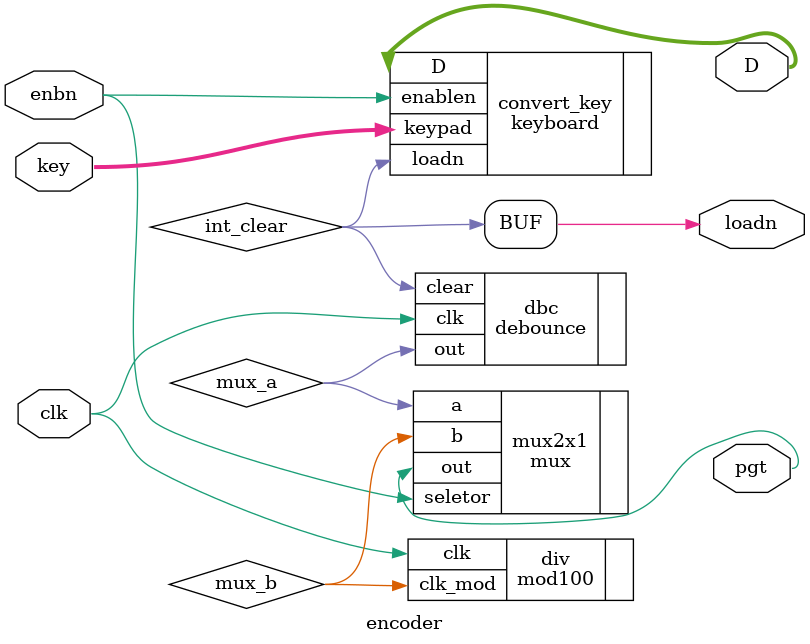
<source format=v>
`include "encoder/mod100/mod100.v"
`include "encoder/mux/mux.v"
`include "encoder/debounce/debounce.v"
`include "encoder/keyboard/keyboard.v"

module encoder(
    input wire [9:0] key,
    input wire enbn,
    input wire clk,
    output wire [3:0] D,
    output wire loadn,
    output wire pgt
);

wire int_clear, mux_a, mux_b;

keyboard convert_key(.keypad(key), .enablen(enbn), .D(D), .loadn(int_clear));
debounce dbc(.clk(clk), .clear(int_clear), .out(mux_a));
mod100 div(.clk(clk), .clk_mod(mux_b));

mux mux2x1(.a(mux_a), .b(mux_b), .seletor(enbn), .out(pgt));

assign loadn = int_clear;

endmodule
</source>
